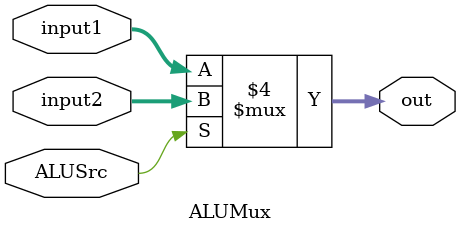
<source format=v>
module ALUMux(
  input [3:0] input1,
  input [3:0] input2,
  input ALUSrc,
  output reg [3:0] out);

  always @(input1, input2, ALUSrc, out) begin

    if (ALUSrc == 0) begin
      out = input1;
    end

    else begin
      out = input2;
    end
  end
endmodule
</source>
